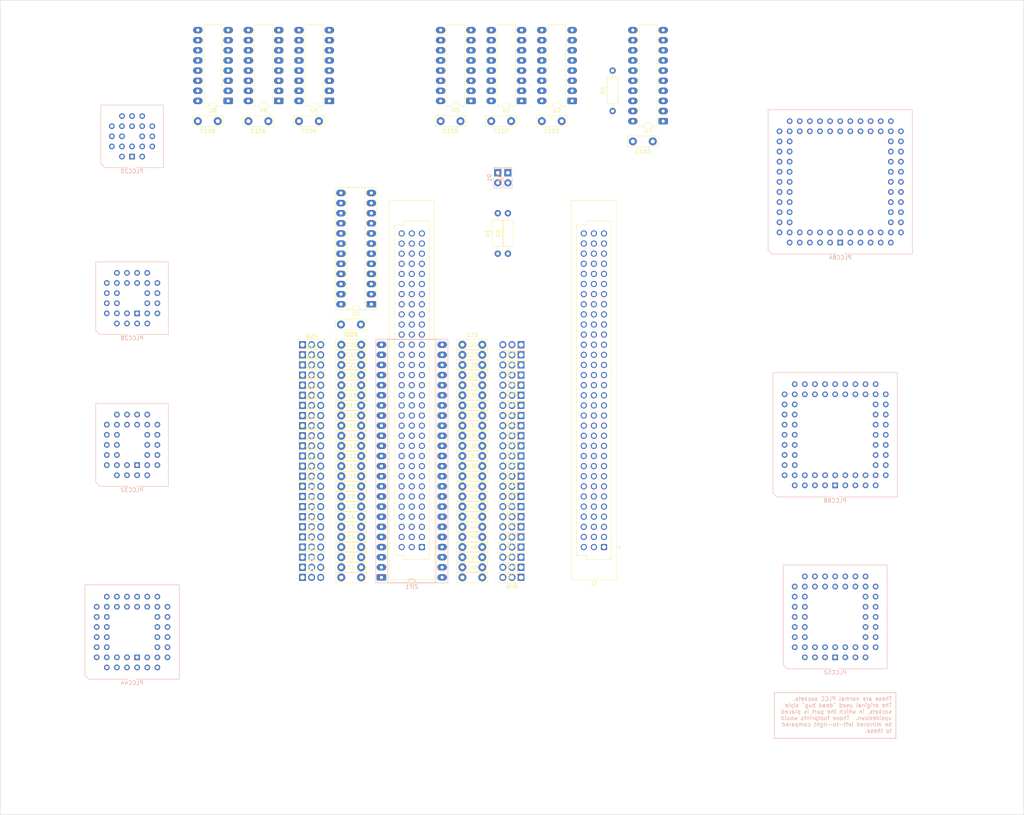
<source format=kicad_pcb>
(kicad_pcb (version 20241229) (generator "pcbnew") (generator_version "9.0")
  (layers (0 "F.Cu" signal) (2 "B.Cu" signal) (13 "F.Paste" user) (15 "B.Paste" user) (5 "F.SilkS" user "F.Silkscreen") (7 "B.SilkS" user "B.Silkscreen") (1 "F.Mask" user) (3 "B.Mask" user) (25 "Edge.Cuts" user))
  (net 0 "")
  (net 1 "GND")
  (net 3 "+5V")
  (net 4 "/VADJ")
  (net 5 "+12V")
  (net 6 "/OUT34")
  (net 7 "/SPARE1")
  (net 8 "/OUT16")
  (net 9 "/OUT31")
  (net 10 "/A9")
  (net 11 "/OUT15")
  (net 12 "/D2")
  (net 13 "/A3")
  (net 14 "/D4")
  (net 15 "/OUT4")
  (net 16 "/OUT22")
  (net 17 "/OUT36")
  (net 18 "/~{SELECT0}")
  (net 19 "/OUT33")
  (net 20 "/OUT24")
  (net 21 "/OUT2")
  (net 22 "/~{SELECT1}")
  (net 23 "/OUT30")
  (net 24 "/OUT8")
  (net 25 "/OUT26")
  (net 26 "/OUT25")
  (net 27 "/OUT9")
  (net 28 "/ILIN")
  (net 29 "/VSR")
  (net 30 "/VPU")
  (net 31 "/VREF")
  (net 32 "/VTH")
  (net 33 "/OUT11")
  (net 34 "/OUT20")
  (net 35 "/OUT28")
  (net 36 "/OUT29")
  (net 37 "/D1")
  (net 38 "/OUT39")
  (net 39 "/ϕ_{1}")
  (net 40 "/A4")
  (net 41 "-8V")
  (net 42 "/~{RD}")
  (net 43 "/D6")
  (net 44 "/ϕ_{0}")
  (net 45 "/OUT14")
  (net 46 "/D0")
  (net 47 "/OUT21")
  (net 48 "/A8")
  (net 49 "/OUT10")
  (net 50 "/D7")
  (net 51 "/A6")
  (net 52 "/OUT6")
  (net 53 "/OUT5")
  (net 54 "/OUT27")
  (net 55 "/~{SELECT2}")
  (net 56 "/~{WR}")
  (net 57 "/~{RESET}")
  (net 58 "/A0")
  (net 59 "/OUT13")
  (net 60 "/~{XFER}")
  (net 61 "/A5")
  (net 62 "/~{SOCKETEN}")
  (net 63 "-5V")
  (net 64 "/OUT35")
  (net 65 "/LED_~{BUSY}")
  (net 66 "/LED_IDLE")
  (net 67 "/A2")
  (net 68 "/OUT38")
  (net 69 "/OUT23")
  (net 70 "/OUT3")
  (net 71 "/OUT12")
  (net 72 "/~{SELECT4}")
  (net 73 "/OUT37")
  (net 74 "/D5")
  (net 75 "/D3")
  (net 76 "/OUT0")
  (net 77 "/OUT7")
  (net 78 "/OUT32")
  (net 79 "/OUT17")
  (net 80 "/A7")
  (net 81 "/A1")
  (net 82 "/~{SELECT3}")
  (net 83 "/OUT19")
  (net 84 "/OUT18")
  (net 85 "/OUT1")
  (net 86 "/OUT86")
  (net 87 "/OUT67")
  (net 88 "/OUT65")
  (net 89 "/OUT68")
  (net 90 "/OUT58")
  (net 91 "/OUT82")
  (net 92 "/OUT69")
  (net 93 "/OUT56")
  (net 94 "/OUT74")
  (net 95 "/OUT77")
  (net 96 "/OUT54")
  (net 97 "/OUT44")
  (net 98 "/OUT41")
  (net 99 "/OUT60")
  (net 100 "/OUT43")
  (net 101 "/OUT53")
  (net 102 "/OUT47")
  (net 103 "/OUT87")
  (net 104 "/OUT76")
  (net 105 "/OUT71")
  (net 106 "/OUT50")
  (net 107 "/OUT84")
  (net 108 "/OUT73")
  (net 109 "/OUT83")
  (net 110 "/OUT66")
  (net 147 "/OUT42")
  (net 148 "/OUT85")
  (net 149 "/OUT70")
  (net 150 "/OUT75")
  (net 151 "/OUT78")
  (net 152 "/OUT45")
  (net 153 "/OUT49")
  (net 154 "/OUT52")
  (net 155 "/OUT55")
  (net 156 "/OUT48")
  (net 157 "/OUT79")
  (net 158 "/OUT59")
  (net 159 "/OUT80")
  (net 160 "/OUT63")
  (net 161 "/OUT57")
  (net 162 "/OUT46")
  (net 163 "/OUT64")
  (net 164 "/OUT62")
  (net 165 "/OUT40")
  (net 166 "/OUT51")
  (net 167 "/OUT81")
  (net 168 "/OUT72")
  (net 169 "/OUT61")
  (net 176 "Net-(Q1-D)")
  (net 177 "Net-(Q2-D)")
  (net 178 "Net-(Q3-D)")
  (net 179 "Net-(Q4-D)")
  (net 180 "Net-(Q5-D)")
  (net 181 "Net-(Q6-D)")
  (net 182 "Net-(Q7-D)")
  (net 183 "Net-(Q8-D)")
  (net 184 "Net-(Q9-D)")
  (net 185 "Net-(Q10-D)")
  (net 186 "Net-(Q11-D)")
  (net 187 "Net-(Q12-D)")
  (net 188 "Net-(Q13-D)")
  (net 189 "Net-(Q14-D)")
  (net 190 "Net-(Q15-D)")
  (net 191 "Net-(Q16-D)")
  (net 192 "Net-(Q17-D)")
  (net 193 "Net-(Q18-D)")
  (net 194 "Net-(Q19-D)")
  (net 195 "Net-(Q20-D)")
  (net 196 "Net-(Q21-D)")
  (net 197 "Net-(Q22-D)")
  (net 198 "Net-(Q23-D)")
  (net 199 "Net-(Q24-D)")
  (net 200 "Net-(Q25-D)")
  (net 201 "Net-(Q26-D)")
  (net 202 "Net-(Q27-D)")
  (net 203 "Net-(Q28-D)")
  (net 204 "Net-(Q29-D)")
  (net 205 "Net-(Q30-D)")
  (net 206 "Net-(Q31-D)")
  (net 207 "Net-(Q32-D)")
  (net 208 "Net-(Q33-D)")
  (net 209 "Net-(Q34-D)")
  (net 210 "Net-(Q35-D)")
  (net 211 "Net-(Q36-D)")
  (net 212 "Net-(Q37-D)")
  (net 213 "Net-(Q38-D)")
  (net 214 "Net-(Q39-D)")
  (net 215 "Net-(Q40-D)")
  (net 216 "Net-(Q41-D)")
  (net 217 "Net-(Q42-D)")
  (net 218 "Net-(Q43-D)")
  (net 219 "Net-(Q44-D)")
  (net 220 "Net-(Q45-D)")
  (net 221 "Net-(Q46-D)")
  (net 222 "Net-(Q47-D)")
  (net 223 "Net-(Q48-D)")
  (net 224 "Net-(D1-A)")
  (net 225 "/Pin Decoupling/G1")
  (net 226 "/Pin Decoupling/G2")
  (net 227 "/Pin Decoupling/G3")
  (net 228 "/Pin Decoupling/G4")
  (net 229 "/Pin Decoupling/G5")
  (net 230 "/Pin Decoupling/G6")
  (net 231 "/Pin Decoupling/G7")
  (net 232 "/Pin Decoupling/G8")
  (net 233 "/Pin Decoupling/G9")
  (net 234 "/Pin Decoupling/G10")
  (net 235 "/Pin Decoupling/G11")
  (net 236 "/Pin Decoupling/G12")
  (net 237 "/Pin Decoupling/G13")
  (net 238 "/Pin Decoupling/G14")
  (net 239 "/Pin Decoupling/G15")
  (net 240 "/Pin Decoupling/G16")
  (net 241 "/Pin Decoupling/G17")
  (net 242 "/Pin Decoupling/G18")
  (net 243 "/Pin Decoupling/G19")
  (net 244 "/Pin Decoupling/G20")
  (net 245 "/Pin Decoupling/G21")
  (net 246 "/Pin Decoupling/G22")
  (net 247 "/Pin Decoupling/G23")
  (net 248 "/Pin Decoupling/G24")
  (net 249 "/Pin Decoupling/G25")
  (net 250 "/Pin Decoupling/G26")
  (net 251 "/Pin Decoupling/G27")
  (net 252 "/Pin Decoupling/G28")
  (net 253 "/Pin Decoupling/G29")
  (net 254 "/Pin Decoupling/G30")
  (net 255 "/Pin Decoupling/G31")
  (net 256 "/Pin Decoupling/G32")
  (net 257 "/Pin Decoupling/G33")
  (net 258 "/Pin Decoupling/G34")
  (net 259 "/Pin Decoupling/G35")
  (net 260 "/Pin Decoupling/G36")
  (net 261 "/Pin Decoupling/G37")
  (net 262 "/Pin Decoupling/G38")
  (net 263 "/Pin Decoupling/G39")
  (net 264 "/Pin Decoupling/G40")
  (net 265 "/Pin Decoupling/G41")
  (net 266 "/Pin Decoupling/G42")
  (net 267 "/Pin Decoupling/G43")
  (net 268 "/Pin Decoupling/G44")
  (net 269 "/Pin Decoupling/G45")
  (net 270 "/Pin Decoupling/G46")
  (net 271 "/Pin Decoupling/G47")
  (net 272 "/Pin Decoupling/G48")
  (net 273 "Net-(U3-1A0)")
  (net 274 "/~{CS0}")
  (net 276 "/~{CS9}")
  (net 277 "/~{CS5}")
  (net 278 "/~{CS8}")
  (net 279 "/BS0")
  (net 281 "/~{CS4}")
  (net 282 "/BS1")
  (net 283 "/~{CS6}")
  (net 284 "/~{CS7}")
  (net 285 "/BS2")
  (footprint "Package_TO_SOT_THT:TO-251-3_Vertical" (layer "F.Cu") (at 204.68 130.49 180)
    (property "Reference" "Q31")
    (property "Value" "RFD14N05L")
  )
  (footprint "Resistor_THT:R_Axial_DIN0207_L6.3mm_D2.5mm_P10.16mm_Horizontal" (layer "F.Cu") (at 201.37 92.39 90)
    (property "Reference" "R2")
    (property "Value" "330Ω")
  )
  (footprint "Capacitor_THT:C_Disc_D7.5mm_W2.5mm_P5.00mm" (layer "F.Cu") (at 189.94 145.73)
    (property "Reference" "C37")
    (property "Value" "0.1μF")
  )
  (footprint "Capacitor_THT:C_Disc_D7.5mm_W2.5mm_P5.00mm" (layer "F.Cu") (at 159.54 150.81)
    (property "Reference" "C10")
    (property "Value" "0.1μF")
  )
  (footprint "Capacitor_THT:C_Disc_D7.5mm_W2.5mm_P5.00mm" (layer "F.Cu") (at 159.54 148.27)
    (property "Reference" "C11")
    (property "Value" "0.1μF")
  )
  (footprint "Capacitor_THT:C_Disc_D7.5mm_W2.5mm_P5.00mm" (layer "F.Cu") (at 159.54 127.95)
    (property "Reference" "C19")
    (property "Value" "0.1μF")
  )
  (footprint "Package_TO_SOT_THT:TO-251-3_Vertical" (layer "F.Cu") (at 149.8 140.65)
    (property "Reference" "Q14")
    (property "Value" "RFD14N05L")
  )
  (footprint "Capacitor_THT:C_Disc_D7.5mm_W2.5mm_P5.00mm" (layer "F.Cu") (at 159.54 122.87)
    (property "Reference" "C21")
    (property "Value" "0.1μF")
  )
  (footprint "Package_TO_SOT_THT:TO-251-3_Vertical" (layer "F.Cu") (at 149.8 171.13)
    (property "Reference" "Q2")
    (property "Value" "RFD14N05L")
  )
  (footprint "Capacitor_THT:C_Disc_D7.5mm_W2.5mm_P5.00mm" (layer "F.Cu") (at 159.54 153.35)
    (property "Reference" "C9")
    (property "Value" "0.1μF")
  )
  (footprint "Package_DIP:DIP-16_W7.62mm_LongPads" (layer "F.Cu") (at 143.84 54.04 180)
    (property "Reference" "U6")
    (property "Value" "74HCTLS259")
  )
  (footprint "Capacitor_THT:C_Disc_D7.5mm_W2.5mm_P5.00mm" (layer "F.Cu") (at 159.54 130.49)
    (property "Reference" "C18")
    (property "Value" "0.1μF")
  )
  (footprint "Package_TO_SOT_THT:TO-251-3_Vertical" (layer "F.Cu") (at 204.68 158.43 180)
    (property "Reference" "Q42")
    (property "Value" "RFD14N05L")
  )
  (footprint "Package_TO_SOT_THT:TO-251-3_Vertical" (layer "F.Cu") (at 149.8 115.25)
    (property "Reference" "Q24")
    (property "Value" "RFD14N05L")
  )
  (footprint "Package_TO_SOT_THT:TO-251-3_Vertical" (layer "F.Cu") (at 204.68 117.79 180)
    (property "Reference" "Q26")
    (property "Value" "RFD14N05L")
  )
  (footprint "Capacitor_THT:C_Disc_D7.5mm_W2.5mm_P5.00mm" (layer "F.Cu") (at 164.46 110.17 180)
    (property "Reference" "C101")
    (property "Value" "0.1μF")
  )
  (footprint "Package_TO_SOT_THT:TO-251-3_Vertical" (layer "F.Cu") (at 149.8 155.89)
    (property "Reference" "Q8")
    (property "Value" "RFD14N05L")
  )
  (footprint "Capacitor_THT:C_Disc_D7.5mm_W2.5mm_P5.00mm" (layer "F.Cu") (at 189.94 130.49)
    (property "Reference" "C31")
    (property "Value" "0.1μF")
  )
  (footprint "Package_TO_SOT_THT:TO-251-3_Vertical" (layer "F.Cu") (at 149.8 168.59)
    (property "Reference" "Q3")
    (property "Value" "RFD14N05L")
  )
  (footprint "Capacitor_THT:C_Disc_D7.5mm_W2.5mm_P5.00mm" (layer "F.Cu") (at 159.54 166.05)
    (property "Reference" "C4")
    (property "Value" "0.1μF")
  )
  (footprint "Capacitor_THT:C_Disc_D7.5mm_W2.5mm_P5.00mm" (layer "F.Cu") (at 189.94 153.35)
    (property "Reference" "C40")
    (property "Value" "0.1μF")
  )
  (footprint "Capacitor_THT:C_Disc_D7.5mm_W2.5mm_P5.00mm" (layer "F.Cu") (at 189.94 166.05)
    (property "Reference" "C45")
    (property "Value" "0.1μF")
  )
  (footprint "Capacitor_THT:C_Disc_D7.5mm_W2.5mm_P5.00mm" (layer "F.Cu") (at 189.94 158.43)
    (property "Reference" "C42")
    (property "Value" "0.1μF")
  )
  (footprint "Capacitor_THT:C_Disc_D7.5mm_W2.5mm_P5.00mm" (layer "F.Cu") (at 159.54 135.57)
    (property "Reference" "C16")
    (property "Value" "0.1μF")
  )
  (footprint "Package_TO_SOT_THT:TO-251-3_Vertical" (layer "F.Cu") (at 204.68 160.97 180)
    (property "Reference" "Q43")
    (property "Value" "RFD14N05L")
  )
  (footprint "Capacitor_THT:C_Disc_D7.5mm_W2.5mm_P5.00mm" (layer "F.Cu") (at 159.54 133.03)
    (property "Reference" "C17")
    (property "Value" "0.1μF")
  )
  (footprint "Package_TO_SOT_THT:TO-251-3_Vertical" (layer "F.Cu") (at 204.68 133.03 180)
    (property "Reference" "Q32")
    (property "Value" "RFD14N05L")
  )
  (footprint "Package_TO_SOT_THT:TO-251-3_Vertical" (layer "F.Cu") (at 204.68 171.13 180)
    (property "Reference" "Q47")
    (property "Value" "RFD14N05L")
  )
  (footprint "Package_TO_SOT_THT:TO-251-3_Vertical" (layer "F.Cu") (at 204.68 148.27 180)
    (property "Reference" "Q38")
    (property "Value" "RFD14N05L")
  )
  (footprint "Package_TO_SOT_THT:TO-251-3_Vertical" (layer "F.Cu") (at 149.8 138.11)
    (property "Reference" "Q15")
    (property "Value" "RFD14N05L")
  )
  (footprint "Capacitor_THT:C_Disc_D7.5mm_W2.5mm_P5.00mm" (layer "F.Cu") (at 189.94 160.97)
    (property "Reference" "C43")
    (property "Value" "0.1μF")
  )
  (footprint "Package_TO_SOT_THT:TO-251-3_Vertical" (layer "F.Cu") (at 149.8 117.79)
    (property "Reference" "Q23")
    (property "Value" "RFD14N05L")
  )
  (footprint "Package_TO_SOT_THT:TO-251-3_Vertical" (layer "F.Cu") (at 149.8 143.19)
    (property "Reference" "Q13")
    (property "Value" "RFD14N05L")
  )
  (footprint "Package_DIP:DIP-16_W7.62mm_LongPads" (layer "F.Cu") (at 192.1 54.04 180)
    (property "Reference" "U5")
    (property "Value" "74HCTLS259")
  )
  (footprint "Capacitor_THT:C_Disc_D7.5mm_W2.5mm_P5.00mm" (layer "F.Cu") (at 159.54 115.25)
    (property "Reference" "C24")
    (property "Value" "0.1μF")
  )
  (footprint "Capacitor_THT:C_Disc_D7.5mm_W2.5mm_P5.00mm" (layer "F.Cu") (at 159.54 117.79)
    (property "Reference" "C23")
    (property "Value" "0.1μF")
  )
  (footprint "Package_DIP:DIP-16_W7.62mm_LongPads" (layer "F.Cu") (at 131.14 54.04 180)
    (property "Reference" "U8")
    (property "Value" "74HCTLS259")
  )
  (footprint "Capacitor_THT:C_Disc_D7.5mm_W2.5mm_P5.00mm" (layer "F.Cu") (at 159.54 145.73)
    (property "Reference" "C12")
    (property "Value" "0.1μF")
  )
  (footprint "Capacitor_THT:C_Disc_D7.5mm_W2.5mm_P5.00mm" (layer "F.Cu") (at 159.54 168.59)
    (property "Reference" "C3")
    (property "Value" "0.1μF")
  )
  (footprint "Package_TO_SOT_THT:TO-251-3_Vertical" (layer "F.Cu") (at 204.68 168.59 180)
    (property "Reference" "Q46")
    (property "Value" "RFD14N05L")
  )
  (footprint "Capacitor_THT:C_Disc_D7.5mm_W2.5mm_P5.00mm" (layer "F.Cu") (at 189.94 135.57)
    (property "Reference" "C33")
    (property "Value" "0.1μF")
  )
  (footprint "Package_TO_SOT_THT:TO-251-3_Vertical" (layer "F.Cu") (at 204.68 138.11 180)
    (property "Reference" "Q34")
    (property "Value" "RFD14N05L")
  )
  (footprint "Capacitor_THT:C_Disc_D7.5mm_W2.5mm_P5.00mm" (layer "F.Cu") (at 159.54 171.13)
    (property "Reference" "C2")
    (property "Value" "0.1μF")
  )
  (footprint "Capacitor_THT:C_Disc_D7.5mm_W2.5mm_P5.00mm" (layer "F.Cu") (at 189.94 133.03)
    (property "Reference" "C32")
    (property "Value" "0.1μF")
  )
  (footprint "Package_TO_SOT_THT:TO-251-3_Vertical" (layer "F.Cu") (at 204.68 150.81 180)
    (property "Reference" "Q39")
    (property "Value" "RFD14N05L")
  )
  (footprint "Package_TO_SOT_THT:TO-251-3_Vertical" (layer "F.Cu") (at 204.68 122.87 180)
    (property "Reference" "Q28")
    (property "Value" "RFD14N05L")
  )
  (footprint "Package_DIP:DIP-16_W7.62mm_LongPads" (layer "F.Cu") (at 217.5 54.04 180)
    (property "Reference" "U2")
    (property "Value" "74HCTLS259")
  )
  (footprint "Capacitor_THT:C_Disc_D7.5mm_W2.5mm_P5.00mm" (layer "F.Cu") (at 214.88 59.12 180)
    (property "Reference" "C102")
    (property "Value" "0.1μF")
  )
  (footprint "Package_TO_SOT_THT:TO-251-3_Vertical" (layer "F.Cu") (at 204.68 166.05 180)
    (property "Reference" "Q45")
    (property "Value" "RFD14N05L")
  )
  (footprint "Package_DIP:DIP-16_W7.62mm_LongPads" (layer "F.Cu") (at 156.54 54.04 180)
    (property "Reference" "U4")
    (property "Value" "74HCTLS259")
  )
  (footprint "Capacitor_THT:C_Disc_D7.5mm_W2.5mm_P5.00mm" (layer "F.Cu") (at 189.94 171.13)
    (property "Reference" "C47")
    (property "Value" "0.1μF")
  )
  (footprint "Package_TO_SOT_THT:TO-251-3_Vertical" (layer "F.Cu") (at 149.8 120.33)
    (property "Reference" "Q22")
    (property "Value" "RFD14N05L")
  )
  (footprint "Package_TO_SOT_THT:TO-251-3_Vertical" (layer "F.Cu") (at 149.8 158.43)
    (property "Reference" "Q7")
    (property "Value" "RFD14N05L")
  )
  (footprint "Package_TO_SOT_THT:TO-251-3_Vertical" (layer "F.Cu") (at 204.68 163.51 180)
    (property "Reference" "Q44")
    (property "Value" "RFD14N05L")
  )
  (footprint "Capacitor_THT:C_Disc_D7.5mm_W2.5mm_P5.00mm" (layer "F.Cu") (at 159.54 173.67)
    (property "Reference" "C1")
    (property "Value" "0.1μF")
  )
  (footprint "Capacitor_THT:C_Disc_D7.5mm_W2.5mm_P5.00mm" (layer "F.Cu") (at 189.94 168.59)
    (property "Reference" "C46")
    (property "Value" "0.1μF")
  )
  (footprint "Capacitor_THT:C_Disc_D7.5mm_W2.5mm_P5.00mm" (layer "F.Cu") (at 153.92 59.12 180)
    (property "Reference" "C104")
    (property "Value" "0.1μF")
  )
  (footprint "Capacitor_THT:C_Disc_D7.5mm_W2.5mm_P5.00mm" (layer "F.Cu") (at 159.54 120.33)
    (property "Reference" "C22")
    (property "Value" "0.1μF")
  )
  (footprint "Package_TO_SOT_THT:TO-251-3_Vertical" (layer "F.Cu") (at 149.8 160.97)
    (property "Reference" "Q6")
    (property "Value" "RFD14N05L")
  )
  (footprint "Package_TO_SOT_THT:TO-251-3_Vertical" (layer "F.Cu") (at 149.8 135.57)
    (property "Reference" "Q16")
    (property "Value" "RFD14N05L")
  )
  (footprint "Package_TO_SOT_THT:TO-251-3_Vertical" (layer "F.Cu") (at 149.8 145.73)
    (property "Reference" "Q12")
    (property "Value" "RFD14N05L")
  )
  (footprint "Resistor_THT:R_Axial_DIN0207_L6.3mm_D2.5mm_P10.16mm_Horizontal" (layer "F.Cu") (at 198.83 92.39 90)
    (property "Reference" "R1")
    (property "Value" "330Ω")
  )
  (footprint "Package_TO_SOT_THT:TO-251-3_Vertical" (layer "F.Cu") (at 204.68 173.67 180)
    (property "Reference" "Q48")
    (property "Value" "RFD14N05L")
  )
  (footprint "Package_TO_SOT_THT:TO-251-3_Vertical" (layer "F.Cu") (at 149.8 148.27)
    (property "Reference" "Q11")
    (property "Value" "RFD14N05L")
  )
  (footprint "Package_TO_SOT_THT:TO-251-3_Vertical" (layer "F.Cu") (at 149.8 163.51)
    (property "Reference" "Q5")
    (property "Value" "RFD14N05L")
  )
  (footprint "Package_TO_SOT_THT:TO-251-3_Vertical" (layer "F.Cu") (at 204.68 115.25 180)
    (property "Reference" "Q25")
    (property "Value" "RFD14N05L")
  )
  (footprint "Package_TO_SOT_THT:TO-251-3_Vertical" (layer "F.Cu") (at 204.68 155.89 180)
    (property "Reference" "Q41")
    (property "Value" "RFD14N05L")
  )
  (footprint "Package_TO_SOT_THT:TO-251-3_Vertical" (layer "F.Cu") (at 204.68 145.73 180)
    (property "Reference" "Q37")
    (property "Value" "RFD14N05L")
  )
  (footprint "Capacitor_THT:C_Disc_D7.5mm_W2.5mm_P5.00mm" (layer "F.Cu") (at 189.94 155.89)
    (property "Reference" "C41")
    (property "Value" "0.1μF")
  )
  (footprint "Capacitor_THT:C_Disc_D7.5mm_W2.5mm_P5.00mm" (layer "F.Cu") (at 189.94 125.41)
    (property "Reference" "C29")
    (property "Value" "0.1μF")
  )
  (footprint "Package_TO_SOT_THT:TO-251-3_Vertical" (layer "F.Cu") (at 204.68 135.57 180)
    (property "Reference" "Q33")
    (property "Value" "RFD14N05L")
  )
  (footprint "Package_DIP:DIP-20_W7.62mm_LongPads" (layer "F.Cu") (at 240.36 59.12 180)
    (property "Reference" "U3")
    (property "Value" "74HCT244")
  )
  (footprint "Package_TO_SOT_THT:TO-251-3_Vertical" (layer "F.Cu") (at 204.68 120.33 180)
    (property "Reference" "Q27")
    (property "Value" "RFD14N05L")
  )
  (footprint "Capacitor_THT:C_Disc_D7.5mm_W2.5mm_P5.00mm" (layer "F.Cu") (at 128.52 59.12 180)
    (property "Reference" "C108")
    (property "Value" "0.1μF")
  )
  (footprint "Capacitor_THT:C_Disc_D7.5mm_W2.5mm_P5.00mm" (layer "F.Cu") (at 237.74 64.2 180)
    (property "Reference" "C103")
    (property "Value" "0.1μF")
  )
  (footprint "Package_DIP:DIP-16_W7.62mm_LongPads" (layer "F.Cu") (at 204.8 54.04 180)
    (property "Reference" "U7")
    (property "Value" "74HCTLS259")
  )
  (footprint "Capacitor_THT:C_Disc_D7.5mm_W2.5mm_P5.00mm" (layer "F.Cu") (at 189.94 140.65)
    (property "Reference" "C35")
    (property "Value" "0.1μF")
  )
  (footprint "Capacitor_THT:C_Disc_D7.5mm_W2.5mm_P5.00mm" (layer "F.Cu") (at 189.94 163.51)
    (property "Reference" "C44")
    (property "Value" "0.1μF")
  )
  (footprint "Package_TO_SOT_THT:TO-251-3_Vertical" (layer "F.Cu") (at 204.68 127.95 180)
    (property "Reference" "Q30")
    (property "Value" "RFD14N05L")
  )
  (footprint "Capacitor_THT:C_Disc_D7.5mm_W2.5mm_P5.00mm" (layer "F.Cu") (at 159.54 155.89)
    (property "Reference" "C8")
    (property "Value" "0.1μF")
  )
  (footprint "Capacitor_THT:C_Disc_D7.5mm_W2.5mm_P5.00mm" (layer "F.Cu") (at 159.54 125.41)
    (property "Reference" "C20")
    (property "Value" "0.1μF")
  )
  (footprint "Capacitor_THT:C_Disc_D7.5mm_W2.5mm_P5.00mm" (layer "F.Cu") (at 159.54 140.65)
    (property "Reference" "C14")
    (property "Value" "0.1μF")
  )
  (footprint "Package_DIP:DIP-24_W7.62mm_Socket_LongPads" (layer "F.Cu") (at 167.08 105.09 180)
    (property "Reference" "U1")
    (property "Value" "PAL22V10")
  )
  (footprint "Capacitor_THT:C_Disc_D7.5mm_W2.5mm_P5.00mm" (layer "F.Cu") (at 189.94 122.87)
    (property "Reference" "C28")
    (property "Value" "0.1μF")
  )
  (footprint "Package_TO_SOT_THT:TO-251-3_Vertical" (layer "F.Cu") (at 204.68 153.35 180)
    (property "Reference" "Q40")
    (property "Value" "RFD14N05L")
  )
  (footprint "Capacitor_THT:C_Disc_D7.5mm_W2.5mm_P5.00mm" (layer "F.Cu") (at 189.94 138.11)
    (property "Reference" "C34")
    (property "Value" "0.1μF")
  )
  (footprint "Capacitor_THT:C_Disc_D7.5mm_W2.5mm_P5.00mm" (layer "F.Cu") (at 141.22 59.12 180)
    (property "Reference" "C106")
    (property "Value" "0.1μF")
  )
  (footprint "Capacitor_THT:C_Disc_D7.5mm_W2.5mm_P5.00mm" (layer "F.Cu") (at 189.94 150.81)
    (property "Reference" "C39")
    (property "Value" "0.1μF")
  )
  (footprint "Package_TO_SOT_THT:TO-251-3_Vertical" (layer "F.Cu") (at 149.8 153.35)
    (property "Reference" "Q9")
    (property "Value" "RFD14N05L")
  )
  (footprint "Package_TO_SOT_THT:TO-251-3_Vertical" (layer "F.Cu") (at 149.8 173.67)
    (property "Reference" "Q1")
    (property "Value" "RFD14N05L")
  )
  (footprint "Package_TO_SOT_THT:TO-251-3_Vertical" (layer "F.Cu") (at 149.8 130.49)
    (property "Reference" "Q18")
    (property "Value" "RFD14N05L")
  )
  (footprint "Capacitor_THT:C_Disc_D7.5mm_W2.5mm_P5.00mm" (layer "F.Cu") (at 202.18 59.12 180)
    (property "Reference" "C107")
    (property "Value" "0.1μF")
  )
  (footprint "Resistor_THT:R_Axial_DIN0207_L6.3mm_D2.5mm_P10.16mm_Horizontal" (layer "F.Cu") (at 227.66 56.58 90)
    (property "Reference" "R3")
    (property "Value" "10kΩ")
  )
  (footprint "Package_TO_SOT_THT:TO-251-3_Vertical" (layer "F.Cu") (at 149.8 133.03)
    (property "Reference" "Q17")
    (property "Value" "RFD14N05L")
  )
  (footprint "Capacitor_THT:C_Disc_D7.5mm_W2.5mm_P5.00mm" (layer "F.Cu") (at 189.94 120.33)
    (property "Reference" "C27")
    (property "Value" "0.1μF")
  )
  (footprint "Package_TO_SOT_THT:TO-251-3_Vertical" (layer "F.Cu") (at 149.8 127.95)
    (property "Reference" "Q19")
    (property "Value" "RFD14N05L")
  )
  (footprint "Package_TO_SOT_THT:TO-251-3_Vertical" (layer "F.Cu") (at 149.8 122.87)
    (property "Reference" "Q21")
    (property "Value" "RFD14N05L")
  )
  (footprint "Capacitor_THT:C_Disc_D7.5mm_W2.5mm_P5.00mm" (layer "F.Cu") (at 159.54 160.97)
    (property "Reference" "C6")
    (property "Value" "0.1μF")
  )
  (footprint "Capacitor_THT:C_Disc_D7.5mm_W2.5mm_P5.00mm" (layer "F.Cu") (at 189.94 143.19)
    (property "Reference" "C36")
    (property "Value" "0.1μF")
  )
  (footprint "Package_TO_SOT_THT:TO-251-3_Vertical" (layer "F.Cu") (at 204.68 143.19 180)
    (property "Reference" "Q36")
    (property "Value" "RFD14N05L")
  )
  (footprint "Package_TO_SOT_THT:TO-251-3_Vertical" (layer "F.Cu") (at 204.68 140.65 180)
    (property "Reference" "Q35")
    (property "Value" "RFD14N05L")
  )
  (footprint "Capacitor_THT:C_Disc_D7.5mm_W2.5mm_P5.00mm" (layer "F.Cu") (at 189.94 148.27)
    (property "Reference" "C38")
    (property "Value" "0.1μF")
  )
  (footprint "Package_TO_SOT_THT:TO-251-3_Vertical" (layer "F.Cu") (at 149.8 150.81)
    (property "Reference" "Q10")
    (property "Value" "RFD14N05L")
  )
  (footprint "Capacitor_THT:C_Disc_D7.5mm_W2.5mm_P5.00mm" (layer "F.Cu") (at 189.48 59.12 180)
    (property "Reference" "C105")
    (property "Value" "0.1μF")
  )
  (footprint "Connector_DIN:DIN41612_R_3x32_Male_Vertical_THT" (layer "F.Cu") (at 225.5 166.05 180)
    (property "Reference" "J2")
    (property "Value" "DIN41612_03x32_ABC")
  )
  (footprint "Capacitor_THT:C_Disc_D7.5mm_W2.5mm_P5.00mm" (layer "F.Cu") (at 159.54 138.11)
    (property "Reference" "C15")
    (property "Value" "0.1μF")
  )
  (footprint "Package_TO_SOT_THT:TO-251-3_Vertical" (layer "F.Cu") (at 204.68 125.41 180)
    (property "Reference" "Q29")
    (property "Value" "RFD14N05L")
  )
  (footprint "Package_TO_SOT_THT:TO-251-3_Vertical" (layer "F.Cu") (at 149.8 166.05)
    (property "Reference" "Q4")
    (property "Value" "RFD14N05L")
  )
  (footprint "Capacitor_THT:C_Disc_D7.5mm_W2.5mm_P5.00mm" (layer "F.Cu") (at 189.94 173.67)
    (property "Reference" "C48")
    (property "Value" "0.1μF")
  )
  (footprint "Capacitor_THT:C_Disc_D7.5mm_W2.5mm_P5.00mm" (layer "F.Cu") (at 159.54 143.19)
    (property "Reference" "C13")
    (property "Value" "0.1μF")
  )
  (footprint "Capacitor_THT:C_Disc_D7.5mm_W2.5mm_P5.00mm" (layer "F.Cu") (at 189.94 117.79)
    (property "Reference" "C26")
    (property "Value" "0.1μF")
  )
  (footprint "Package_TO_SOT_THT:TO-251-3_Vertical" (layer "F.Cu") (at 149.8 125.41)
    (property "Reference" "Q20")
    (property "Value" "RFD14N05L")
  )
  (footprint "Capacitor_THT:C_Disc_D7.5mm_W2.5mm_P5.00mm" (layer "F.Cu") (at 189.94 127.95)
    (property "Reference" "C30")
    (property "Value" "0.1μF")
  )
  (footprint "Connector_DIN:DIN41612_R_3x32_Male_Vertical_THT" (layer "F.Cu") (at 179.78 166.05 180)
    (property "Reference" "J1")
    (property "Value" "DIN41612_03x32_ABC")
  )
  (footprint "Capacitor_THT:C_Disc_D7.5mm_W2.5mm_P5.00mm" (layer "F.Cu") (at 159.54 163.51)
    (property "Reference" "C5")
    (property "Value" "0.1μF")
  )
  (footprint "Capacitor_THT:C_Disc_D7.5mm_W2.5mm_P5.00mm" (layer "F.Cu") (at 189.94 115.25)
    (property "Reference" "C25")
    (property "Value" "0.1μF")
  )
  (footprint "Capacitor_THT:C_Disc_D7.5mm_W2.5mm_P5.00mm" (layer "F.Cu") (at 159.54 158.43)
    (property "Reference" "C7")
    (property "Value" "0.1μF")
  )
  (footprint "LED_THT:LED_Rectangular_W5.0mm_H2.0mm" (layer "B.Cu") (at 198.83 72.07 -90)
    (property "Reference" "D1")
    (property "Value" "RED")
  )
  (footprint "Package_LCC:PLCC-20_THT-Socket" (layer "B.Cu") (at 107.01 68.01)
    (property "Reference" "PLCC20")
    (property "Value" "Yamaichi IC120-0204-205")
  )
  (footprint "Package_DIP:DIP-48_W15.24mm_Socket_LongPads" (layer "B.Cu") (at 169.62 173.67)
    (property "Reference" "ZIF1")
    (property "Value" "Aries 48-6554-10")
  )
  (footprint "Package_LCC:PLCC-28_THT-Socket" (layer "B.Cu") (at 108.28 107.38)
    (property "Reference" "PLCC28")
    (property "Value" "Yamaichi IC120-0284-408")
  )
  (footprint "Package_LCC:PLCC-68_THT-Socket" (layer "B.Cu") (at 283.54 150.56)
    (property "Reference" "PLCC68")
    (property "Value" "Yamaichi IC120-0684-204")
  )
  (footprint "LED_THT:LED_Rectangular_W5.0mm_H2.0mm" (layer "B.Cu") (at 201.37 72.07 -90)
    (property "Reference" "D2")
    (property "Value" "GREEN")
  )
  (footprint "Package_LCC:PLCC-52_THT-Socket" (layer "B.Cu") (at 283.54 193.74)
    (property "Reference" "PLCC52")
    (property "Value" "Yamaichi IC120-0524-207")
  )
  (footprint "Package_LCC:PLCC-84_THT-Socket" (layer "B.Cu") (at 284.81 89.6)
    (property "Reference" "PLCC84")
    (property "Value" "Yamaichi IC120-0844-203")
  )
  (footprint "Package_LCC:PLCC-44_THT-Socket" (layer "B.Cu") (at 108.28 193.74)
    (property "Reference" "PLCC44")
    (property "Value" "Yamaichi IC120-0444-206")
  )
  (footprint "Package_LCC:PLCC-32_THT-Socket" (layer "B.Cu") (at 108.28 145.48)
    (property "Reference" "PLCC32")
    (property "Value" "Yamaichi IC120-0324-209")
  )
  (gr_line (start 73.9 28.75) (end 330.9 28.75) (stroke (width 0.1)) (layer "Edge.Cuts"))
  (gr_line (start 73.9 233.25) (end 73.9 28.75) (stroke (width 0.1)) (layer "Edge.Cuts"))
  (gr_line (start 330.9 28.75) (end 330.9 233.25) (stroke (width 0.1)) (layer "Edge.Cuts"))
  (gr_line (start 330.9 233.25) (end 73.9 233.25) (stroke (width 0.1)) (layer "Edge.Cuts"))
  (gr_text_box "These are normal PLCC sockets.  The original used {dblquote}dead bug{dblquote} style sockets, in which the part is placed upsidedown.  Those footprints would be mirrored left-to-right compared to these." (start 268.3 202.63) (end 298.78 214.06) (margins 1.0025 1.0025 1.0025 1.0025) (layer "B.SilkS") (effects (font (size 1 1)) (justify left top mirror)) (border yes) (stroke (width 0.15)))
)
</source>
